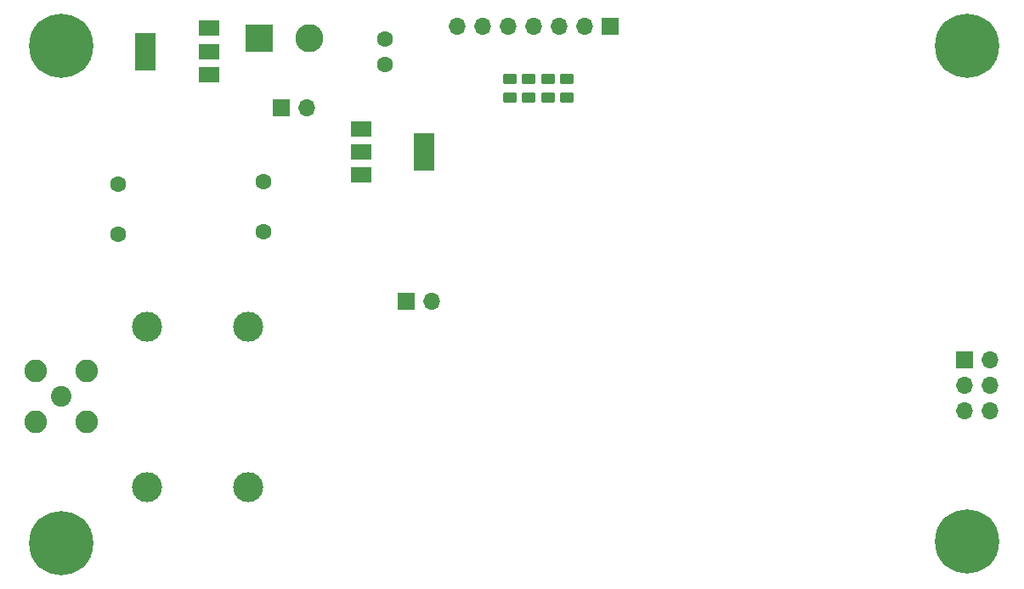
<source format=gbr>
%TF.GenerationSoftware,KiCad,Pcbnew,(6.0.9)*%
%TF.CreationDate,2023-05-20T11:21:48+02:00*%
%TF.ProjectId,sdrt41,73647274-3431-42e6-9b69-6361645f7063,rev?*%
%TF.SameCoordinates,Original*%
%TF.FileFunction,Soldermask,Bot*%
%TF.FilePolarity,Negative*%
%FSLAX46Y46*%
G04 Gerber Fmt 4.6, Leading zero omitted, Abs format (unit mm)*
G04 Created by KiCad (PCBNEW (6.0.9)) date 2023-05-20 11:21:48*
%MOMM*%
%LPD*%
G01*
G04 APERTURE LIST*
G04 Aperture macros list*
%AMRoundRect*
0 Rectangle with rounded corners*
0 $1 Rounding radius*
0 $2 $3 $4 $5 $6 $7 $8 $9 X,Y pos of 4 corners*
0 Add a 4 corners polygon primitive as box body*
4,1,4,$2,$3,$4,$5,$6,$7,$8,$9,$2,$3,0*
0 Add four circle primitives for the rounded corners*
1,1,$1+$1,$2,$3*
1,1,$1+$1,$4,$5*
1,1,$1+$1,$6,$7*
1,1,$1+$1,$8,$9*
0 Add four rect primitives between the rounded corners*
20,1,$1+$1,$2,$3,$4,$5,0*
20,1,$1+$1,$4,$5,$6,$7,0*
20,1,$1+$1,$6,$7,$8,$9,0*
20,1,$1+$1,$8,$9,$2,$3,0*%
G04 Aperture macros list end*
%ADD10RoundRect,0.250000X0.450000X-0.262500X0.450000X0.262500X-0.450000X0.262500X-0.450000X-0.262500X0*%
%ADD11C,0.800000*%
%ADD12C,6.400000*%
%ADD13C,2.050000*%
%ADD14C,2.250000*%
%ADD15C,1.600000*%
%ADD16R,1.700000X1.700000*%
%ADD17O,1.700000X1.700000*%
%ADD18R,2.800000X2.800000*%
%ADD19C,2.800000*%
%ADD20C,3.000000*%
%ADD21R,2.000000X1.500000*%
%ADD22R,2.000000X3.800000*%
G04 APERTURE END LIST*
D10*
%TO.C,R30*%
X74930000Y-72667500D03*
X74930000Y-70842500D03*
%TD*%
%TO.C,R29*%
X73025000Y-70842500D03*
X73025000Y-72667500D03*
%TD*%
%TO.C,R26*%
X78740000Y-72667500D03*
X78740000Y-70842500D03*
%TD*%
%TO.C,R23*%
X76835000Y-72667500D03*
X76835000Y-70842500D03*
%TD*%
D11*
%TO.C,H1*%
X116920944Y-69197056D03*
X121018000Y-67500000D03*
X120315056Y-65802944D03*
X120315056Y-69197056D03*
D12*
X118618000Y-67500000D03*
D11*
X118618000Y-65100000D03*
X116920944Y-65802944D03*
X118618000Y-69900000D03*
X116218000Y-67500000D03*
%TD*%
D13*
%TO.C,J2*%
X28321000Y-102489000D03*
D14*
X30861000Y-105029000D03*
X30861000Y-99949000D03*
X25781000Y-105029000D03*
X25781000Y-99949000D03*
%TD*%
D15*
%TO.C,C4*%
X60579000Y-69342000D03*
X60579000Y-66842000D03*
%TD*%
D11*
%TO.C,H4*%
X26623944Y-69197056D03*
X30018056Y-69197056D03*
X30018056Y-65802944D03*
X26623944Y-65802944D03*
X28321000Y-69900000D03*
X30721000Y-67500000D03*
X28321000Y-65100000D03*
X25921000Y-67500000D03*
D12*
X28321000Y-67500000D03*
%TD*%
D15*
%TO.C,C1*%
X48514000Y-81066000D03*
X48514000Y-86066000D03*
%TD*%
D16*
%TO.C,J5*%
X83058000Y-65532000D03*
D17*
X80518000Y-65532000D03*
X77978000Y-65532000D03*
X75438000Y-65532000D03*
X72898000Y-65532000D03*
X70358000Y-65532000D03*
X67818000Y-65532000D03*
%TD*%
D18*
%TO.C,J1*%
X48046000Y-66782000D03*
D19*
X53046000Y-66782000D03*
%TD*%
D20*
%TO.C,T1*%
X36910000Y-95505000D03*
X36910000Y-111505000D03*
X46910000Y-95505000D03*
X46910000Y-111505000D03*
%TD*%
D15*
%TO.C,C3*%
X34036000Y-81269200D03*
X34036000Y-86269200D03*
%TD*%
D16*
%TO.C,J6*%
X118359000Y-98821000D03*
D17*
X120899000Y-98821000D03*
X118359000Y-101361000D03*
X120899000Y-101361000D03*
X118359000Y-103901000D03*
X120899000Y-103901000D03*
%TD*%
D16*
%TO.C,J3*%
X50292000Y-73660000D03*
D17*
X52832000Y-73660000D03*
%TD*%
D16*
%TO.C,J4*%
X62733000Y-92964000D03*
D17*
X65273000Y-92964000D03*
%TD*%
D11*
%TO.C,H2*%
X118618000Y-114567000D03*
X118618000Y-119367000D03*
X116920944Y-118664056D03*
X121018000Y-116967000D03*
X116218000Y-116967000D03*
D12*
X118618000Y-116967000D03*
D11*
X116920944Y-115269944D03*
X120315056Y-115269944D03*
X120315056Y-118664056D03*
%TD*%
%TO.C,H3*%
X25921000Y-117094000D03*
X30721000Y-117094000D03*
X30018056Y-118791056D03*
X26623944Y-118791056D03*
X30018056Y-115396944D03*
X28321000Y-119494000D03*
X26623944Y-115396944D03*
D12*
X28321000Y-117094000D03*
D11*
X28321000Y-114694000D03*
%TD*%
D21*
%TO.C,U2*%
X58191000Y-80405000D03*
D22*
X64491000Y-78105000D03*
D21*
X58191000Y-78105000D03*
X58191000Y-75805000D03*
%TD*%
%TO.C,U1*%
X43028000Y-65772000D03*
D22*
X36728000Y-68072000D03*
D21*
X43028000Y-68072000D03*
X43028000Y-70372000D03*
%TD*%
M02*

</source>
